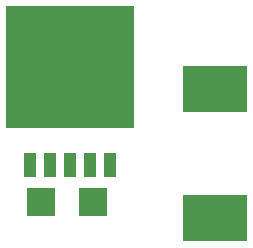
<source format=gtp>
%MOIN*%
%OFA0B0*%
%FSLAX34Y34*%
%IPPOS*%
%LPD*%
%AMOC8*
5,1,8,0,0,$1,22.5*%
%AMOC80*
5,1,8,0,0,$1,22.5*%
%ADD10R,0.094488188976377951X0.094488188976377951*%
%ADD11R,0.21653543307086615X0.15748031496062992*%
%ADD12R,0.42519685039370086X0.40984251968503937*%
%ADD13R,0.042X0.084999999999999992*%
G75*
%LPD*%
G01*
D10*
X0090551Y0005905D02*
X0100275Y0007480D03*
X0102007Y0007480D03*
D11*
X0106062Y0006925D03*
X0106062Y0011255D03*
D12*
X0101220Y0011974D03*
D13*
X0099880Y0008694D03*
X0100550Y0008694D03*
X0101220Y0008694D03*
X0101890Y0008694D03*
X0102560Y0008694D03*
G04 next file*
%LPD*%
G04 EAGLE Gerber RS-274X export*
G75*
G01*
M02*
</source>
